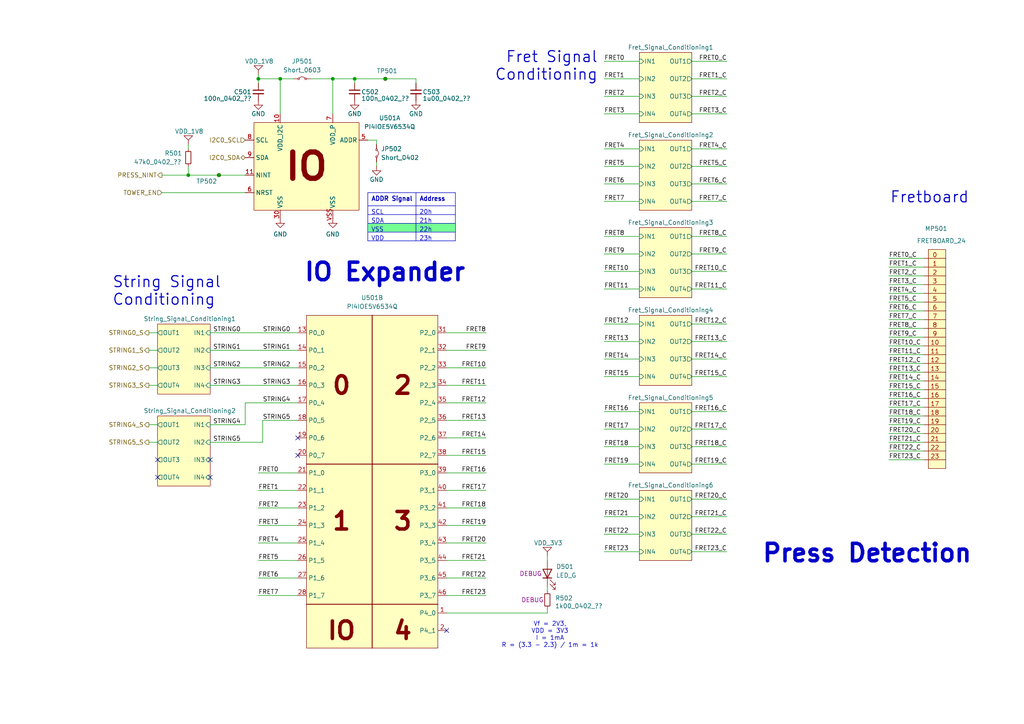
<source format=kicad_sch>
(kicad_sch (version 20250114) (generator "eeschema") (generator_version "9.0")
  (paper "A4")
  (title_block (title "Beacon Tower") (date "2025-06-14") (rev "1"))
  (lib_symbols
    (symbol "CUSTOM_LIBRARY:FRETBOARD_24"
      (property "Reference" "MP" (at 6.604 3.81 0))
      (property "Value" "FRETBOARD_24" (at 7.366 1.27 0))
      (symbol "FRETBOARD_24_1_0"
        (pin input line (at 5.08 -6.35 90) (length 6.35) (name "") (number "1"))
        (pin input line (at 7.62 -6.35 90) (length 6.35) (name "") (number "2"))
        (pin input line (at 10.16 -6.35 90) (length 6.35) (name "") (number "3"))
        (pin input line (at 12.7 -6.35 90) (length 6.35) (name "") (number "4"))
        (pin input line (at 15.24 -6.35 90) (length 6.35) (name "") (number "5"))
        (pin input line (at 17.78 -6.35 90) (length 6.35) (name "") (number "6"))
        (pin input line (at 20.32 -6.35 90) (length 6.35) (name "") (number "7"))
        (pin input line (at 22.86 -6.35 90) (length 6.35) (name "") (number "8"))
        (pin input line (at 25.4 -6.35 90) (length 6.35) (name "") (number "9"))
        (pin input line (at 27.94 -6.35 90) (length 6.35) (name "") (number "10"))
        (pin input line (at 30.48 -6.35 90) (length 6.35) (name "") (number "11"))
        (pin input line (at 33.02 -6.35 90) (length 6.35) (name "") (number "12"))
        (pin input line (at 35.56 -6.35 90) (length 6.35) (name "") (number "13"))
        (pin input line (at 38.1 -6.35 90) (length 6.35) (name "") (number "14"))
        (pin input line (at 40.64 -6.35 90) (length 6.35) (name "") (number "15"))
        (pin input line (at 43.18 -6.35 90) (length 6.35) (name "") (number "16"))
        (pin input line (at 45.72 -6.35 90) (length 6.35) (name "") (number "17"))
        (pin input line (at 48.26 -6.35 90) (length 6.35) (name "") (number "18"))
        (pin input line (at 50.8 -6.35 90) (length 6.35) (name "") (number "19"))
        (pin input line (at 53.34 -6.35 90) (length 6.35) (name "") (number "20"))
        (pin input line (at 55.88 -6.35 90) (length 6.35) (name "") (number "21"))
        (pin input line (at 58.42 -6.35 90) (length 6.35) (name "") (number "22"))
        (pin input line (at 60.96 -6.35 90) (length 6.35) (name "") (number "23"))
      )
      (symbol "FRETBOARD_24_1_1"
        (rectangle (start 0 0) (end 63.5 -5.08) (fill (type color) (color 255 255 194 1)))
        (pin input line (at 2.54 -6.35 90) (length 6.35) (name "") (number "0"))
      )
    )
    (symbol "CUSTOM_LIBRARY:PI4IOE5V6534Q"
      (property "Reference" "U" (at 28.194 4.064 0))
      (property "Value" "PI4IOE5V6534Q" (at 34.925 1.27 0))
      (symbol "PI4IOE5V6534Q_1_1"
        (rectangle (start 0 0) (end 30.48 -25.4) (fill (type background)))
        (text "IO" (at 15.24 -12.7 0) (effects (font (size 7.62 7.62) (bold yes))))
        (pin input line (at -2.54 -5.08 0) (length 2.54) (name "SCL") (number "8"))
        (pin bidirectional line (at -2.54 -10.16 0) (length 2.54) (name "SDA") (number "9"))
        (pin output line (at -2.54 -15.24 0) (length 2.54) (name "NINT") (number "11"))
        (pin input line (at -2.54 -20.32 0) (length 2.54) (name "NRST") (number "6"))
        (pin power_in line (at 7.62 2.54 270) (length 2.54) (name "VDD_I2C") (number "10"))
        (pin passive line (at 7.62 -27.94 90) (length 2.54) (name "VSS") (number "30"))
        (pin power_in line (at 22.86 2.54 270) (length 2.54) (name "VDD_P") (number "7"))
        (pin passive line (at 22.86 -27.94 90) (length 2.54) (name "VSS") (number "VSS"))
        (pin input line (at 33.02 -5.08 180) (length 2.54) (name "ADDR") (number "5"))
        (pin no_connect line (at 36.83 -20.32 180) (length 1.27) (hide yes) (name "NC") (number "3"))
        (pin no_connect line (at 36.83 -24.13 180) (length 1.27) (hide yes) (name "NC") (number "4"))
        (pin no_connect line (at 36.83 -27.94 180) (length 1.27) (hide yes) (name "NC") (number "12"))
        (pin no_connect line (at 36.83 -31.75 180) (length 1.27) (hide yes) (name "NC") (number "29"))
      )
      (symbol "PI4IOE5V6534Q_2_1"
        (rectangle (start 0 0) (end 38.1 -96.52) (fill (type background)))
        (polyline (pts (xy 19.05 -96.52) (xy 19.05 0)) (stroke (width 0.254)))
        (polyline (pts (xy 38.1 -43.18) (xy 0 -43.18)) (stroke (width 0.254)))
        (polyline (pts (xy 38.1 -83.82) (xy 0 -83.82)) (stroke (width 0.254)))
        (text "0" (at 10.16 -20.32 0) (effects (font (size 5.08 5.08) (bold yes))))
        (text "1" (at 10.16 -59.69 0) (effects (font (size 5.08 5.08) (bold yes))))
        (text "IO" (at 10.16 -91.44 0) (effects (font (size 5.08 5.08) (bold yes))))
        (text "2" (at 27.94 -20.32 0) (effects (font (size 5.08 5.08) (bold yes))))
        (text "3" (at 27.94 -59.69 0) (effects (font (size 5.08 5.08) (bold yes))))
        (text "4" (at 27.94 -91.44 0) (effects (font (size 5.08 5.08) (bold yes))))
        (pin unspecified line (at -2.54 -5.08 0) (length 2.54) (name "P0_0") (number "13"))
        (pin unspecified line (at -2.54 -10.16 0) (length 2.54) (name "P0_1") (number "14"))
        (pin unspecified line (at -2.54 -15.24 0) (length 2.54) (name "P0_2") (number "15"))
        (pin unspecified line (at -2.54 -20.32 0) (length 2.54) (name "P0_3") (number "16"))
        (pin unspecified line (at -2.54 -25.4 0) (length 2.54) (name "P0_4") (number "17"))
        (pin unspecified line (at -2.54 -30.48 0) (length 2.54) (name "P0_5") (number "18"))
        (pin unspecified line (at -2.54 -35.56 0) (length 2.54) (name "P0_6") (number "19"))
        (pin unspecified line (at -2.54 -40.64 0) (length 2.54) (name "P0_7") (number "20"))
        (pin unspecified line (at -2.54 -45.72 0) (length 2.54) (name "P1_0") (number "21"))
        (pin unspecified line (at -2.54 -50.8 0) (length 2.54) (name "P1_1") (number "22"))
        (pin unspecified line (at -2.54 -55.88 0) (length 2.54) (name "P1_2") (number "23"))
        (pin unspecified line (at -2.54 -60.96 0) (length 2.54) (name "P1_3") (number "24"))
        (pin unspecified line (at -2.54 -66.04 0) (length 2.54) (name "P1_4") (number "25"))
        (pin unspecified line (at -2.54 -71.12 0) (length 2.54) (name "P1_5") (number "26"))
        (pin unspecified line (at -2.54 -76.2 0) (length 2.54) (name "P1_6") (number "27"))
        (pin unspecified line (at -2.54 -81.28 0) (length 2.54) (name "P1_7") (number "28"))
        (pin unspecified line (at 40.64 -5.08 180) (length 2.54) (name "P2_0") (number "31"))
        (pin unspecified line (at 40.64 -10.16 180) (length 2.54) (name "P2_1") (number "32"))
        (pin unspecified line (at 40.64 -15.24 180) (length 2.54) (name "P2_2") (number "33"))
        (pin unspecified line (at 40.64 -20.32 180) (length 2.54) (name "P2_3") (number "34"))
        (pin unspecified line (at 40.64 -25.4 180) (length 2.54) (name "P2_4") (number "35"))
        (pin unspecified line (at 40.64 -30.48 180) (length 2.54) (name "P2_5") (number "36"))
        (pin unspecified line (at 40.64 -35.56 180) (length 2.54) (name "P2_6") (number "37"))
        (pin unspecified line (at 40.64 -40.64 180) (length 2.54) (name "P2_7") (number "38"))
        (pin unspecified line (at 40.64 -45.72 180) (length 2.54) (name "P3_0") (number "39"))
        (pin unspecified line (at 40.64 -50.8 180) (length 2.54) (name "P3_1") (number "40"))
        (pin unspecified line (at 40.64 -55.88 180) (length 2.54) (name "P3_2") (number "41"))
        (pin unspecified line (at 40.64 -60.96 180) (length 2.54) (name "P3_3") (number "42"))
        (pin unspecified line (at 40.64 -66.04 180) (length 2.54) (name "P3_4") (number "43"))
        (pin unspecified line (at 40.64 -71.12 180) (length 2.54) (name "P3_5") (number "44"))
        (pin unspecified line (at 40.64 -76.2 180) (length 2.54) (name "P3_6") (number "45"))
        (pin unspecified line (at 40.64 -81.28 180) (length 2.54) (name "P3_7") (number "46"))
        (pin unspecified line (at 40.64 -86.36 180) (length 2.54) (name "P4_0") (number "1"))
        (pin unspecified line (at 40.64 -91.44 180) (length 2.54) (name "P4_1") (number "2"))
      )
    )
    (symbol "CUSTOM_LIBRARY:POWER_SINK" (power) (in_bom no) (on_board no)
      (property "Value" "POWER_SINK" (at -1.016 3.81 0))
      (symbol "POWER_SINK_0_1"
        (polyline (pts (xy 0 1.27) (xy 0 0)))
        (polyline (pts (xy 0 1.27) (xy -1.27 2.54) (xy 1.27 2.54) (xy 0 1.27)))
      )
      (symbol "POWER_SINK_1_1"
        (pin power_in line (at 0 0 90) (length 1.27) (hide yes) (name "VDD_3V3") (number ""))
      )
    )
    (symbol "Connector:TestPoint_Small" (pin_numbers (hide yes)) (pin_names (offset 0.762) (hide yes))
      (property "Reference" "TP" (at 0 3.81 0))
      (property "Value" "TestPoint_Small" (at 0 2.032 0))
      (symbol "TestPoint_Small_0_1"
        (circle (center 0 0) (radius 0.508))
      )
      (symbol "TestPoint_Small_1_1"
        (pin passive line (at 0 0 90) (length 0) (name "1") (number "1"))
      )
    )
    (symbol "Device:C_Small" (pin_numbers (hide yes)) (pin_names (offset 0.254) (hide yes))
      (property "Reference" "C" (at 0.254 1.778 0))
      (property "Value" "C_Small" (at 0.254 -2.032 0))
      (symbol "C_Small_0_1"
        (polyline (pts (xy -1.524 0.508) (xy 1.524 0.508)) (stroke (width 0.3048)))
        (polyline (pts (xy -1.524 -0.508) (xy 1.524 -0.508)) (stroke (width 0.3302)))
      )
      (symbol "C_Small_1_1"
        (pin passive line (at 0 2.54 270) (length 2.032) (name "~") (number "1"))
        (pin passive line (at 0 -2.54 90) (length 2.032) (name "~") (number "2"))
      )
    )
    (symbol "Device:LED" (pin_numbers (hide yes)) (pin_names (offset 1.016) (hide yes))
      (property "Reference" "D" (at 0 2.54 0))
      (property "Value" "LED" (at 0 -2.54 0))
      (symbol "LED_0_1"
        (polyline (pts (xy -3.048 -0.762) (xy -4.572 -2.286) (xy -3.81 -2.286) (xy -4.572 -2.286) (xy -4.572 -1.524)))
        (polyline (pts (xy -1.778 -0.762) (xy -3.302 -2.286) (xy -2.54 -2.286) (xy -3.302 -2.286) (xy -3.302 -1.524)))
        (polyline (pts (xy -1.27 0) (xy 1.27 0)))
        (polyline (pts (xy -1.27 -1.27) (xy -1.27 1.27)) (stroke (width 0.254)))
        (polyline (pts (xy 1.27 -1.27) (xy 1.27 1.27) (xy -1.27 0) (xy 1.27 -1.27)) (stroke (width 0.254)))
      )
      (symbol "LED_1_1"
        (pin passive line (at -3.81 0 0) (length 2.54) (name "K") (number "1"))
        (pin passive line (at 3.81 0 180) (length 2.54) (name "A") (number "2"))
      )
    )
    (symbol "Device:R_Small" (pin_numbers (hide yes)) (pin_names (offset 0.254) (hide yes))
      (property "Reference" "R" (at 0 0 90))
      (property "Value" "R_Small" (at 1.778 0 90))
      (symbol "R_Small_0_1"
        (rectangle (start -0.762 1.778) (end 0.762 -1.778) (stroke (width 0.2032)))
      )
      (symbol "R_Small_1_1"
        (pin passive line (at 0 2.54 270) (length 0.762) (name "~") (number "1"))
        (pin passive line (at 0 -2.54 90) (length 0.762) (name "~") (number "2"))
      )
    )
    (symbol "Jumper:Jumper_2_Small_Bridged" (pin_numbers (hide yes)) (pin_names (offset 0) (hide yes))
      (property "Reference" "JP" (at 0 2.032 0))
      (property "Value" "Jumper_2_Small_Bridged" (at 0 -2.286 0))
      (symbol "Jumper_2_Small_Bridged_0_0"
        (circle (center -1.016 0) (radius 0.254))
        (circle (center 1.016 0) (radius 0.254))
      )
      (symbol "Jumper_2_Small_Bridged_0_1"
        (arc (start -0.762 0.254) (mid 0 0.5696) (end 0.762 0.254))
      )
      (symbol "Jumper_2_Small_Bridged_1_1"
        (pin passive line (at -2.54 0 0) (length 1.27) (name "A") (number "1"))
        (pin passive line (at 2.54 0 180) (length 1.27) (name "B") (number "2"))
      )
    )
    (symbol "power:GND" (power) (pin_numbers (hide yes)) (pin_names (offset 0) (hide yes))
      (property "Value" "GND" (at 0 -3.81 0))
      (symbol "GND_0_1"
        (polyline (pts (xy 0 0) (xy 0 -1.27) (xy 1.27 -1.27) (xy 0 -2.54) (xy -1.27 -1.27) (xy 0 -1.27)))
      )
      (symbol "GND_1_1"
        (pin power_in line (at 0 0 270) (length 0) (name "~") (number "1"))
      )
    )
  )
  (text "String Signal\nConditioning" (at 32.512 88.9 0) (effects (font (size 3.175 3.175) (thickness 0.3175)) (justify left bottom)))
  (text "IO Expander" (at 87.884 82.042 0) (effects (font (size 5.08 5.08) (thickness 1.016) (bold yes)) (justify left bottom)))
  (text "Fret Signal\nConditioning" (at 173.482 23.622 0) (effects (font (size 3.175 3.175) (thickness 0.3175)) (justify right bottom)))
  (text "Fretboard\n" (at 258.064 59.182 0) (effects (font (size 3.175 3.175) (thickness 0.3175)) (justify left bottom)))
  (text "Vf = 2V3,\nVDD = 3V3\nI = 1mA\nR = (3.3 - 2.3) / 1m = 1k" (at 159.512 184.15 0) (effects (font (size 1.27 1.27))))
  (text "Press Detection" (at 220.726 163.576 0) (effects (font (size 5.08 5.08) (thickness 1.016) (bold yes)) (justify left bottom)))
  (junction (at 102.87 22.86))
  (junction (at 81.28 22.86))
  (junction (at 63.5 50.8))
  (junction (at 96.52 22.86))
  (junction (at 111.76 22.86))
  (junction (at 54.61 50.8))
  (junction (at 74.93 22.86))
  (no_connect (at 86.36 132.08))
  (no_connect (at 86.36 127))
  (no_connect (at 45.72 133.35))
  (no_connect (at 129.54 182.88))
  (no_connect (at 60.96 138.43))
  (no_connect (at 45.72 138.43))
  (no_connect (at 60.96 133.35))
  (wire (pts (xy 257.81 97.79) (xy 267.97 97.79)))
  (wire (pts (xy 210.82 58.42) (xy 200.66 58.42)))
  (wire (pts (xy 54.61 50.8) (xy 63.5 50.8)))
  (wire (pts (xy 158.75 177.8) (xy 129.54 177.8)))
  (wire (pts (xy 129.54 142.24) (xy 140.97 142.24)))
  (wire (pts (xy 257.81 120.65) (xy 267.97 120.65)))
  (wire (pts (xy 257.81 110.49) (xy 267.97 110.49)))
  (wire (pts (xy 257.81 77.47) (xy 267.97 77.47)))
  (wire (pts (xy 175.26 78.74) (xy 185.42 78.74)))
  (wire (pts (xy 129.54 96.52) (xy 140.97 96.52)))
  (wire (pts (xy 129.54 167.64) (xy 140.97 167.64)))
  (wire (pts (xy 158.75 176.53) (xy 158.75 177.8)))
  (wire (pts (xy 102.87 22.86) (xy 102.87 24.13)))
  (wire (pts (xy 175.26 124.46) (xy 185.42 124.46)))
  (wire (pts (xy 60.96 123.19) (xy 71.12 123.19)))
  (wire (pts (xy 210.82 144.78) (xy 200.66 144.78)))
  (wire (pts (xy 210.82 104.14) (xy 200.66 104.14)))
  (wire (pts (xy 129.54 132.08) (xy 140.97 132.08)))
  (wire (pts (xy 210.82 149.86) (xy 200.66 149.86)))
  (wire (pts (xy 74.93 21.59) (xy 74.93 22.86)))
  (wire (pts (xy 175.26 73.66) (xy 185.42 73.66)))
  (wire (pts (xy 71.12 123.19) (xy 71.12 116.84)))
  (wire (pts (xy 60.96 111.76) (xy 86.36 111.76)))
  (wire (pts (xy 111.76 22.86) (xy 120.65 22.86)))
  (wire (pts (xy 210.82 33.02) (xy 200.66 33.02)))
  (wire (pts (xy 257.81 87.63) (xy 267.97 87.63)))
  (wire (pts (xy 129.54 157.48) (xy 140.97 157.48)))
  (wire (pts (xy 175.26 93.98) (xy 185.42 93.98)))
  (wire (pts (xy 210.82 17.78) (xy 200.66 17.78)))
  (wire (pts (xy 210.82 93.98) (xy 200.66 93.98)))
  (wire (pts (xy 210.82 160.02) (xy 200.66 160.02)))
  (wire (pts (xy 158.75 170.18) (xy 158.75 171.45)))
  (wire (pts (xy 60.96 96.52) (xy 86.36 96.52)))
  (wire (pts (xy 257.81 100.33) (xy 267.97 100.33)))
  (wire (pts (xy 257.81 80.01) (xy 267.97 80.01)))
  (wire (pts (xy 175.26 33.02) (xy 185.42 33.02)))
  (wire (pts (xy 43.18 111.76) (xy 45.72 111.76)))
  (wire (pts (xy 129.54 147.32) (xy 140.97 147.32)))
  (wire (pts (xy 210.82 53.34) (xy 200.66 53.34)))
  (wire (pts (xy 210.82 48.26) (xy 200.66 48.26)))
  (wire (pts (xy 257.81 113.03) (xy 267.97 113.03)))
  (wire (pts (xy 74.93 167.64) (xy 86.36 167.64)))
  (wire (pts (xy 74.93 142.24) (xy 86.36 142.24)))
  (wire (pts (xy 210.82 129.54) (xy 200.66 129.54)))
  (wire (pts (xy 257.81 118.11) (xy 267.97 118.11)))
  (wire (pts (xy 43.18 123.19) (xy 45.72 123.19)))
  (wire (pts (xy 74.93 157.48) (xy 86.36 157.48)))
  (wire (pts (xy 74.93 24.13) (xy 74.93 22.86)))
  (wire (pts (xy 257.81 85.09) (xy 267.97 85.09)))
  (wire (pts (xy 210.82 134.62) (xy 200.66 134.62)))
  (wire (pts (xy 129.54 121.92) (xy 140.97 121.92)))
  (wire (pts (xy 257.81 107.95) (xy 267.97 107.95)))
  (wire (pts (xy 129.54 152.4) (xy 140.97 152.4)))
  (wire (pts (xy 175.26 22.86) (xy 185.42 22.86)))
  (wire (pts (xy 257.81 90.17) (xy 267.97 90.17)))
  (wire (pts (xy 210.82 78.74) (xy 200.66 78.74)))
  (wire (pts (xy 60.96 106.68) (xy 86.36 106.68)))
  (wire (pts (xy 210.82 68.58) (xy 200.66 68.58)))
  (wire (pts (xy 210.82 22.86) (xy 200.66 22.86)))
  (wire (pts (xy 109.22 48.26) (xy 109.22 46.99)))
  (wire (pts (xy 210.82 73.66) (xy 200.66 73.66)))
  (wire (pts (xy 109.22 41.91) (xy 109.22 40.64)))
  (wire (pts (xy 175.26 17.78) (xy 185.42 17.78)))
  (wire (pts (xy 120.65 24.13) (xy 120.65 22.86)))
  (wire (pts (xy 96.52 22.86) (xy 102.87 22.86)))
  (wire (pts (xy 210.82 83.82) (xy 200.66 83.82)))
  (wire (pts (xy 210.82 43.18) (xy 200.66 43.18)))
  (wire (pts (xy 63.5 50.8) (xy 71.12 50.8)))
  (wire (pts (xy 175.26 109.22) (xy 185.42 109.22)))
  (wire (pts (xy 175.26 48.26) (xy 185.42 48.26)))
  (wire (pts (xy 74.93 162.56) (xy 86.36 162.56)))
  (wire (pts (xy 74.93 152.4) (xy 86.36 152.4)))
  (wire (pts (xy 129.54 111.76) (xy 140.97 111.76)))
  (wire (pts (xy 257.81 123.19) (xy 267.97 123.19)))
  (wire (pts (xy 60.96 101.6) (xy 86.36 101.6)))
  (wire (pts (xy 175.26 119.38) (xy 185.42 119.38)))
  (wire (pts (xy 175.26 53.34) (xy 185.42 53.34)))
  (wire (pts (xy 60.96 128.27) (xy 76.2 128.27)))
  (wire (pts (xy 257.81 92.71) (xy 267.97 92.71)))
  (wire (pts (xy 210.82 154.94) (xy 200.66 154.94)))
  (wire (pts (xy 175.26 104.14) (xy 185.42 104.14)))
  (wire (pts (xy 46.99 55.88) (xy 71.12 55.88)))
  (wire (pts (xy 257.81 130.81) (xy 267.97 130.81)))
  (wire (pts (xy 43.18 106.68) (xy 45.72 106.68)))
  (wire (pts (xy 175.26 83.82) (xy 185.42 83.82)))
  (wire (pts (xy 81.28 22.86) (xy 85.09 22.86)))
  (wire (pts (xy 90.17 22.86) (xy 96.52 22.86)))
  (wire (pts (xy 257.81 74.93) (xy 267.97 74.93)))
  (wire (pts (xy 129.54 127) (xy 140.97 127)))
  (wire (pts (xy 210.82 124.46) (xy 200.66 124.46)))
  (wire (pts (xy 175.26 134.62) (xy 185.42 134.62)))
  (wire (pts (xy 257.81 125.73) (xy 267.97 125.73)))
  (wire (pts (xy 158.75 161.29) (xy 158.75 162.56)))
  (wire (pts (xy 257.81 102.87) (xy 267.97 102.87)))
  (wire (pts (xy 210.82 27.94) (xy 200.66 27.94)))
  (wire (pts (xy 71.12 116.84) (xy 86.36 116.84)))
  (wire (pts (xy 43.18 101.6) (xy 45.72 101.6)))
  (wire (pts (xy 257.81 105.41) (xy 267.97 105.41)))
  (wire (pts (xy 175.26 58.42) (xy 185.42 58.42)))
  (wire (pts (xy 175.26 129.54) (xy 185.42 129.54)))
  (wire (pts (xy 257.81 95.25) (xy 267.97 95.25)))
  (wire (pts (xy 175.26 99.06) (xy 185.42 99.06)))
  (wire (pts (xy 210.82 109.22) (xy 200.66 109.22)))
  (wire (pts (xy 74.93 22.86) (xy 81.28 22.86)))
  (wire (pts (xy 175.26 43.18) (xy 185.42 43.18)))
  (wire (pts (xy 175.26 68.58) (xy 185.42 68.58)))
  (wire (pts (xy 76.2 121.92) (xy 86.36 121.92)))
  (wire (pts (xy 257.81 128.27) (xy 267.97 128.27)))
  (wire (pts (xy 257.81 133.35) (xy 267.97 133.35)))
  (wire (pts (xy 129.54 116.84) (xy 140.97 116.84)))
  (wire (pts (xy 210.82 119.38) (xy 200.66 119.38)))
  (wire (pts (xy 43.18 128.27) (xy 45.72 128.27)))
  (wire (pts (xy 210.82 99.06) (xy 200.66 99.06)))
  (wire (pts (xy 175.26 154.94) (xy 185.42 154.94)))
  (wire (pts (xy 74.93 172.72) (xy 86.36 172.72)))
  (wire (pts (xy 54.61 48.26) (xy 54.61 50.8)))
  (wire (pts (xy 46.99 50.8) (xy 54.61 50.8)))
  (wire (pts (xy 257.81 115.57) (xy 267.97 115.57)))
  (wire (pts (xy 74.93 137.16) (xy 86.36 137.16)))
  (wire (pts (xy 175.26 144.78) (xy 185.42 144.78)))
  (wire (pts (xy 129.54 137.16) (xy 140.97 137.16)))
  (wire (pts (xy 102.87 22.86) (xy 111.76 22.86)))
  (wire (pts (xy 96.52 22.86) (xy 96.52 33.02)))
  (wire (pts (xy 54.61 41.91) (xy 54.61 43.18)))
  (wire (pts (xy 175.26 160.02) (xy 185.42 160.02)))
  (wire (pts (xy 175.26 27.94) (xy 185.42 27.94)))
  (wire (pts (xy 129.54 106.68) (xy 140.97 106.68)))
  (wire (pts (xy 257.81 82.55) (xy 267.97 82.55)))
  (wire (pts (xy 76.2 128.27) (xy 76.2 121.92)))
  (wire (pts (xy 129.54 162.56) (xy 140.97 162.56)))
  (wire (pts (xy 175.26 149.86) (xy 185.42 149.86)))
  (wire (pts (xy 129.54 172.72) (xy 140.97 172.72)))
  (wire (pts (xy 74.93 147.32) (xy 86.36 147.32)))
  (wire (pts (xy 129.54 101.6) (xy 140.97 101.6)))
  (wire (pts (xy 109.22 40.64) (xy 106.68 40.64)))
  (wire (pts (xy 43.18 96.52) (xy 45.72 96.52)))
  (wire (pts (xy 81.28 22.86) (xy 81.28 33.02)))
  (table (column_count 2) (border (external yes) (header yes)) (separators (rows yes) (cols yes)) (column_widths 13.97 11.43) (row_heights 3.81 2.54 2.54 2.54 2.54) (cells (table_cell "ADDR Signal" (at 106.68 55.88 0) (size 13.97 3.81) (margins 0.9525 0.9525 0.9525 0.9525) (span 1 1)) (table_cell "Address" (at 120.65 55.88 0) (size 11.43 3.81) (margins 0.9525 0.9525 0.9525 0.9525) (span 1 1)) (table_cell "SCL" (at 106.68 59.69 0) (size 13.97 2.54) (margins 0.9525 0.9525 0.9525 0.9525) (span 1 1)) (table_cell "20h" (at 120.65 59.69 0) (size 11.43 2.54) (margins 0.9525 0.9525 0.9525 0.9525) (span 1 1)) (table_cell "SDA" (at 106.68 62.23 0) (size 13.97 2.54) (margins 0.9525 0.9525 0.9525 0.9525) (span 1 1)) (table_cell "21h" (at 120.65 62.23 0) (size 11.43 2.54) (margins 0.9525 0.9525 0.9525 0.9525) (span 1 1)) (table_cell "VSS" (at 106.68 64.77 0) (size 13.97 2.54) (margins 0.9525 0.9525 0.9525 0.9525) (span 1 1) (fill (type color) (color 118 255 146 1))) (table_cell "22h " (at 120.65 64.77 0) (size 11.43 2.54) (margins 0.9525 0.9525 0.9525 0.9525) (span 1 1) (fill (type color) (color 118 255 146 1))) (table_cell "VDD" (at 106.68 67.31 0) (size 13.97 2.54) (margins 0.9525 0.9525 0.9525 0.9525) (span 1 1)) (table_cell "23h" (at 120.65 67.31 0) (size 11.43 2.54) (margins 0.9525 0.9525 0.9525 0.9525) (span 1 1))))
  (label "FRET0" (at 175.26 17.78 0))
  (label "FRET19" (at 175.26 134.62 0))
  (label "FRET8_C" (at 257.81 95.25 0))
  (label "FRET10_C" (at 257.81 100.33 0))
  (label "FRET10" (at 175.26 78.74 0))
  (label "FRET1" (at 175.26 22.86 0))
  (label "FRET19_C" (at 210.82 134.62 180))
  (label "FRET6" (at 74.93 167.64 0))
  (label "FRET11" (at 175.26 83.82 0))
  (label "FRET12" (at 140.97 116.84 180))
  (label "FRET1_C" (at 257.81 77.47 0))
  (label "FRET9_C" (at 210.82 73.66 180))
  (label "FRET21" (at 140.97 162.56 180))
  (label "FRET0_C" (at 257.81 74.93 0))
  (label "STRING0" (at 76.2 96.52 0))
  (label "FRET16_C" (at 257.81 115.57 0))
  (label "FRET3_C" (at 257.81 82.55 0))
  (label "FRET10" (at 140.97 106.68 180))
  (label "FRET14_C" (at 210.82 104.14 180))
  (label "FRET22" (at 175.26 154.94 0))
  (label "FRET10_C" (at 210.82 78.74 180))
  (label "FRET9" (at 140.97 101.6 180))
  (label "FRET12_C" (at 257.81 105.41 0))
  (label "FRET21_C" (at 210.82 149.86 180))
  (label "FRET20" (at 140.97 157.48 180))
  (label "FRET3" (at 74.93 152.4 0))
  (label "FRET4_C" (at 257.81 85.09 0))
  (label "FRET11" (at 140.97 111.76 180))
  (label "FRET1_C" (at 210.82 22.86 180))
  (label "FRET9" (at 175.26 73.66 0))
  (label "FRET1" (at 74.93 142.24 0))
  (label "FRET16" (at 140.97 137.16 180))
  (label "STRING3" (at 76.2 111.76 0))
  (label "FRET0_C" (at 210.82 17.78 180))
  (label "FRET15" (at 140.97 132.08 180))
  (label "FRET7" (at 175.26 58.42 0))
  (label "FRET13" (at 175.26 99.06 0))
  (label "FRET14" (at 175.26 104.14 0))
  (label "FRET11_C" (at 210.82 83.82 180))
  (label "STRING3" (at 69.85 111.76 180))
  (label "FRET23" (at 140.97 172.72 180))
  (label "FRET9_C" (at 257.81 97.79 0))
  (label "FRET3" (at 175.26 33.02 0))
  (label "FRET5" (at 74.93 162.56 0))
  (label "STRING2" (at 69.85 106.68 180))
  (label "FRET13_C" (at 257.81 107.95 0))
  (label "STRING0" (at 69.85 96.52 180))
  (label "FRET2" (at 175.26 27.94 0))
  (label "STRING1" (at 69.85 101.6 180))
  (label "FRET4" (at 74.93 157.48 0))
  (label "FRET21_C" (at 257.81 128.27 0))
  (label "STRING4" (at 76.2 116.84 0))
  (label "FRET20_C" (at 210.82 144.78 180))
  (label "FRET7_C" (at 257.81 92.71 0))
  (label "FRET18_C" (at 210.82 129.54 180))
  (label "FRET17" (at 140.97 142.24 180))
  (label "FRET17" (at 175.26 124.46 0))
  (label "FRET5_C" (at 210.82 48.26 180))
  (label "FRET23_C" (at 210.82 160.02 180))
  (label "FRET20" (at 175.26 144.78 0))
  (label "FRET17_C" (at 257.81 118.11 0))
  (label "FRET13" (at 140.97 121.92 180))
  (label "FRET8_C" (at 210.82 68.58 180))
  (label "FRET2_C" (at 210.82 27.94 180))
  (label "FRET13_C" (at 210.82 99.06 180))
  (label "FRET15_C" (at 257.81 113.03 0))
  (label "FRET0" (at 74.93 137.16 0))
  (label "FRET6" (at 175.26 53.34 0))
  (label "FRET6_C" (at 257.81 90.17 0))
  (label "FRET19" (at 140.97 152.4 180))
  (label "STRING5" (at 76.2 121.92 0))
  (label "FRET6_C" (at 210.82 53.34 180))
  (label "FRET21" (at 175.26 149.86 0))
  (label "FRET18" (at 175.26 129.54 0))
  (label "FRET14_C" (at 257.81 110.49 0))
  (label "FRET4_C" (at 210.82 43.18 180))
  (label "FRET20_C" (at 257.81 125.73 0))
  (label "FRET19_C" (at 257.81 123.19 0))
  (label "FRET22_C" (at 257.81 130.81 0))
  (label "FRET8" (at 140.97 96.52 180))
  (label "FRET2_C" (at 257.81 80.01 0))
  (label "FRET22" (at 140.97 167.64 180))
  (label "FRET16" (at 175.26 119.38 0))
  (label "FRET17_C" (at 210.82 124.46 180))
  (label "FRET12_C" (at 210.82 93.98 180))
  (label "FRET18_C" (at 257.81 120.65 0))
  (label "FRET12" (at 175.26 93.98 0))
  (label "FRET4" (at 175.26 43.18 0))
  (label "FRET7" (at 74.93 172.72 0))
  (label "FRET2" (at 74.93 147.32 0))
  (label "FRET22_C" (at 210.82 154.94 180))
  (label "FRET7_C" (at 210.82 58.42 180))
  (label "FRET3_C" (at 210.82 33.02 180))
  (label "FRET5" (at 175.26 48.26 0))
  (label "FRET5_C" (at 257.81 87.63 0))
  (label "STRING2" (at 76.2 106.68 0))
  (label "STRING5" (at 69.85 128.27 180))
  (label "FRET16_C" (at 210.82 119.38 180))
  (label "FRET15_C" (at 210.82 109.22 180))
  (label "FRET23_C" (at 257.81 133.35 0))
  (label "FRET23" (at 175.26 160.02 0))
  (label "STRING4" (at 69.85 123.19 180))
  (label "FRET18" (at 140.97 147.32 180))
  (label "STRING1" (at 76.2 101.6 0))
  (label "FRET15" (at 175.26 109.22 0))
  (label "FRET11_C" (at 257.81 102.87 0))
  (label "FRET14" (at 140.97 127 180))
  (label "FRET8" (at 175.26 68.58 0))
  (hierarchical_label "STRING0_S" (shape output) (at 43.18 96.52 180))
  (hierarchical_label "I2C0_SCL" (shape input) (at 71.12 40.64 180) (property "Intersheetrefs" "${INTERSHEET_REFS}" (effects (hide yes))))
  (hierarchical_label "I2C0_SDA" (shape bidirectional) (at 71.12 45.72 180) (property "Intersheetrefs" "${INTERSHEET_REFS}" (effects (hide yes))))
  (hierarchical_label "PRESS_NINT" (shape output) (at 46.99 50.8 180) (property "Intersheetrefs" "${INTERSHEET_REFS}" (effects (hide yes))))
  (hierarchical_label "TOWER_EN" (shape input) (at 46.99 55.88 180) (property "Intersheetrefs" "${INTERSHEET_REFS}" (effects (hide yes))))
  (hierarchical_label "STRING4_S" (shape output) (at 43.18 123.19 180))
  (hierarchical_label "STRING5_S" (shape output) (at 43.18 128.27 180))
  (hierarchical_label "STRING2_S" (shape output) (at 43.18 106.68 180))
  (hierarchical_label "STRING3_S" (shape output) (at 43.18 111.76 180))
  (hierarchical_label "STRING1_S" (shape output) (at 43.18 101.6 180))
  (symbol (lib_id "Device:R_Small") (at 158.75 173.99 180) (unit 1)
    (property "Reference" "R502" (at 163.576 173.482 0))
    (property "Value" "1k00_0402_??" (at 167.894 175.768 0))
    (property "Footprint" "Resistor_SMD:R_0402_1005Metric" (effects (hide yes)))
    (property "BOM" "DEBUG" (at 154.432 173.99 0))
  )
  (symbol (lib_id "Device:LED") (at 158.75 166.37 90) (unit 1)
    (property "Reference" "D501" (at 161.29 164.338 90) (effects (justify right)))
    (property "Value" "LED_G" (at 161.29 166.878 90) (effects (justify right)))
    (property "Description" "Light emitting diode" (effects (hide yes)))
    (property "Sim.Pins" "1=K 2=A" (effects (hide yes)))
    (property "BOM" "DEBUG" (at 153.924 166.37 90))
  )
  (symbol (lib_id "power:GND") (at 102.87 29.21 0) (unit 1)
    (property "Reference" "#PWR0503" (effects (hide yes)))
    (property "Value" "GND" (at 102.87 33.02 0))
  )
  (symbol (lib_id "Jumper:Jumper_2_Small_Bridged") (at 109.22 44.45 270) (unit 1)
    (property "Reference" "JP502" (at 110.49 43.1799 90) (effects (justify left)))
    (property "Value" "Short_0402" (at 110.49 45.7199 90) (effects (justify left)))
    (property "Footprint" "CUSTOM_FOOTPRINTS:Jumper_0402" (effects (hide yes)))
    (property "Description" "Jumper, 2-pole, small symbol, bridged" (effects (hide yes)))
  )
  (symbol (lib_id "power:GND") (at 109.22 48.26 0) (unit 1)
    (property "Reference" "#PWR0506" (effects (hide yes)))
    (property "Value" "GND" (at 109.22 52.07 0))
  )
  (symbol (lib_id "CUSTOM_LIBRARY:POWER_SINK") (at 74.93 21.59 0) (unit 1) (in_bom no) (on_board no)
    (property "Reference" "#PWR0501" (effects (hide yes)))
    (property "Value" "VDD_1V8" (at 75.184 17.78 0))
  )
  (symbol (lib_id "Connector:TestPoint_Small") (at 63.5 50.8 0) (unit 1)
    (property "Reference" "TP502" (at 56.896 52.578 0) (effects (justify left)))
    (property "Value" "TestPoint_Small" (effects (hide yes)))
    (property "Footprint" "TestPoint:TestPoint_Pad_D2.0mm" (effects (hide yes)))
    (property "Description" "test point" (effects (hide yes)))
  )
  (symbol (lib_id "power:GND") (at 120.65 29.21 0) (unit 1)
    (property "Reference" "#PWR0504" (effects (hide yes)))
    (property "Value" "GND" (at 120.65 33.02 0))
  )
  (symbol (lib_id "CUSTOM_LIBRARY:PI4IOE5V6534Q") (at 88.9 91.44 0) (unit 2)
    (property "Reference" "U501" (at 107.95 86.36 0))
    (property "Value" "PI4IOE5V6534Q" (at 107.95 88.9 0))
    (property "Footprint" "CUSTOM_FOOTPRINTS:TQFN46_ZLW_DIO" (effects (hide yes)))
    (property "Datasheet" "https://www.mouser.com/ProductDetail/Diodes-Incorporated/PI4IOE5V6534Q2ZLWEX?qs=HBWAp0VN4Ri1r7EUXWuRBg%3D%3D" (effects (hide yes)))
    (property "Description" "IO Expander, 34 IO, I2C" (effects (hide yes)))
  )
  (symbol (lib_id "CUSTOM_LIBRARY:POWER_SINK") (at 158.75 161.29 0) (unit 1) (in_bom no) (on_board no)
    (property "Reference" "#PWR0509" (effects (hide yes)))
    (property "Value" "VDD_3V3" (at 159.004 157.48 0))
  )
  (symbol (lib_id "CUSTOM_LIBRARY:FRETBOARD_24") (at 274.32 72.39 270) (unit 1)
    (property "Reference" "MP501" (at 271.526 66.294 90))
    (property "Value" "FRETBOARD_24" (at 273.05 69.85 90))
  )
  (symbol (lib_id "power:GND") (at 81.28 63.5 0) (unit 1)
    (property "Reference" "#PWR0507" (effects (hide yes)))
    (property "Value" "GND" (at 81.28 67.945 0))
  )
  (symbol (lib_id "power:GND") (at 96.52 63.5 0) (unit 1)
    (property "Reference" "#PWR0508" (effects (hide yes)))
    (property "Value" "GND" (at 96.52 67.945 0))
  )
  (symbol (lib_id "Device:R_Small") (at 54.61 45.72 180) (unit 1)
    (property "Reference" "R501" (at 50.292 44.45 0))
    (property "Value" "47k0_0402_??" (at 45.72 46.99 0))
    (property "Footprint" "Resistor_SMD:R_0402_1005Metric" (effects (hide yes)))
  )
  (symbol (lib_id "Device:C_Small") (at 120.65 26.67 0) (unit 1)
    (property "Reference" "C503" (at 122.555 26.67 0) (effects (justify left)))
    (property "Value" "1u00_0402_??" (at 122.555 28.575 0) (effects (justify left)))
    (property "Footprint" "Capacitor_SMD:C_0402_1005Metric" (effects (hide yes)))
  )
  (symbol (lib_id "Device:C_Small") (at 74.93 26.67 0) (unit 1)
    (property "Reference" "C501" (at 67.818 26.67 0) (effects (justify left)))
    (property "Value" "100n_0402_??" (at 59.055 28.575 0) (effects (justify left)))
    (property "Footprint" "Capacitor_SMD:C_0402_1005Metric" (effects (hide yes)))
  )
  (symbol (lib_id "Connector:TestPoint_Small") (at 111.76 22.86 0) (unit 1)
    (property "Reference" "TP501" (at 109.22 20.574 0) (effects (justify left)))
    (property "Value" "TestPoint_Small" (effects (hide yes)))
    (property "Footprint" "TestPoint:TestPoint_Pad_D2.0mm" (effects (hide yes)))
    (property "Description" "test point" (effects (hide yes)))
  )
  (symbol (lib_id "power:GND") (at 74.93 29.21 0) (unit 1)
    (property "Reference" "#PWR0502" (effects (hide yes)))
    (property "Value" "GND" (at 74.93 33.02 0))
  )
  (symbol (lib_id "CUSTOM_LIBRARY:PI4IOE5V6534Q") (at 73.66 35.56 0) (unit 1)
    (property "Reference" "U501" (at 113.03 34.2198 0))
    (property "Value" "PI4IOE5V6534Q" (at 113.03 36.7598 0))
    (property "Footprint" "CUSTOM_FOOTPRINTS:TQFN46_ZLW_DIO" (effects (hide yes)))
    (property "Datasheet" "https://www.mouser.com/ProductDetail/Diodes-Incorporated/PI4IOE5V6534Q2ZLWEX?qs=HBWAp0VN4Ri1r7EUXWuRBg%3D%3D" (effects (hide yes)))
    (property "Description" "IO Expander, 34 IO, I2C" (effects (hide yes)))
  )
  (symbol (lib_id "CUSTOM_LIBRARY:POWER_SINK") (at 54.61 41.91 0) (unit 1) (in_bom no) (on_board no)
    (property "Reference" "#PWR0505" (effects (hide yes)))
    (property "Value" "VDD_1V8" (at 54.864 38.1 0))
  )
  (symbol (lib_id "Jumper:Jumper_2_Small_Bridged") (at 87.63 22.86 0) (unit 1)
    (property "Reference" "JP501" (at 87.63 17.78 0))
    (property "Value" "Short_0603" (at 87.63 20.32 0))
    (property "Description" "Jumper, 2-pole, small symbol, bridged" (effects (hide yes)))
  )
  (symbol (lib_id "Device:C_Small") (at 102.87 26.67 0) (unit 1)
    (property "Reference" "C502" (at 104.775 26.67 0) (effects (justify left)))
    (property "Value" "100n_0402_??" (at 104.775 28.575 0) (effects (justify left)))
    (property "Footprint" "Capacitor_SMD:C_0402_1005Metric" (effects (hide yes)))
  )
  (sheet (at 185.42 40.64) (size 15.24 20.32) (stroke (width 0.1524)) (fill (color 255 255 194 1.0000))
    (property "Sheetname" "Fret_Signal_Conditioning2" (at 182.118 39.878 0) (effects (justify left bottom)))
    (property "Sheetfile" "Fret_Signal_Conditioning.kicad_sch" (effects (hide yes)))
    (pin "IN1" input (at 185.42 43.18 180))
    (pin "IN2" input (at 185.42 48.26 180))
    (pin "OUT1" output (at 200.66 43.18 0))
    (pin "OUT2" output (at 200.66 48.26 0))
    (pin "IN3" input (at 185.42 53.34 180))
    (pin "IN4" input (at 185.42 58.42 180))
    (pin "OUT3" output (at 200.66 53.34 0))
    (pin "OUT4" output (at 200.66 58.42 0))
  )
  (sheet (at 185.42 142.24) (size 15.24 20.32) (stroke (width 0.1524)) (fill (color 255 255 194 1.0000))
    (property "Sheetname" "Fret_Signal_Conditioning6" (at 182.118 141.478 0) (effects (justify left bottom)))
    (property "Sheetfile" "Fret_Signal_Conditioning.kicad_sch" (effects (hide yes)))
    (pin "IN1" input (at 185.42 144.78 180))
    (pin "IN2" input (at 185.42 149.86 180))
    (pin "OUT1" output (at 200.66 144.78 0))
    (pin "OUT2" output (at 200.66 149.86 0))
    (pin "IN3" input (at 185.42 154.94 180))
    (pin "IN4" input (at 185.42 160.02 180))
    (pin "OUT3" output (at 200.66 154.94 0))
    (pin "OUT4" output (at 200.66 160.02 0))
  )
  (sheet (at 45.72 93.98) (size 15.24 20.32) (stroke (width 0.1524)) (fill (color 255 255 194 1.0000))
    (property "Sheetname" "String_Signal_Conditioning1" (at 41.656 93.218 0) (effects (justify left bottom)))
    (property "Sheetfile" "String_Signal_Conditioning.kicad_sch" (effects (hide yes)))
    (pin "IN1" input (at 60.96 96.52 0))
    (pin "IN2" input (at 60.96 101.6 0))
    (pin "IN3" input (at 60.96 106.68 0))
    (pin "OUT1" output (at 45.72 96.52 180))
    (pin "OUT2" output (at 45.72 101.6 180))
    (pin "OUT3" output (at 45.72 106.68 180))
    (pin "IN4" input (at 60.96 111.76 0))
    (pin "OUT4" output (at 45.72 111.76 180))
  )
  (sheet (at 185.42 91.44) (size 15.24 20.32) (stroke (width 0.1524)) (fill (color 255 255 194 1.0000))
    (property "Sheetname" "Fret_Signal_Conditioning4" (at 182.118 90.678 0) (effects (justify left bottom)))
    (property "Sheetfile" "Fret_Signal_Conditioning.kicad_sch" (effects (hide yes)))
    (pin "IN1" input (at 185.42 93.98 180))
    (pin "IN2" input (at 185.42 99.06 180))
    (pin "OUT1" output (at 200.66 93.98 0))
    (pin "OUT2" output (at 200.66 99.06 0))
    (pin "IN3" input (at 185.42 104.14 180))
    (pin "IN4" input (at 185.42 109.22 180))
    (pin "OUT3" output (at 200.66 104.14 0))
    (pin "OUT4" output (at 200.66 109.22 0))
  )
  (sheet (at 185.42 15.24) (size 15.24 20.32) (stroke (width 0.1524)) (fill (color 255 255 194 1.0000))
    (property "Sheetname" "Fret_Signal_Conditioning1" (at 182.118 14.478 0) (effects (justify left bottom)))
    (property "Sheetfile" "Fret_Signal_Conditioning.kicad_sch" (effects (hide yes)))
    (pin "IN1" input (at 185.42 17.78 180))
    (pin "IN2" input (at 185.42 22.86 180))
    (pin "OUT1" output (at 200.66 17.78 0))
    (pin "OUT2" output (at 200.66 22.86 0))
    (pin "IN3" input (at 185.42 27.94 180))
    (pin "IN4" input (at 185.42 33.02 180))
    (pin "OUT3" output (at 200.66 27.94 0))
    (pin "OUT4" output (at 200.66 33.02 0))
  )
  (sheet (at 185.42 66.04) (size 15.24 20.32) (stroke (width 0.1524)) (fill (color 255 255 194 1.0000))
    (property "Sheetname" "Fret_Signal_Conditioning3" (at 182.118 65.278 0) (effects (justify left bottom)))
    (property "Sheetfile" "Fret_Signal_Conditioning.kicad_sch" (effects (hide yes)))
    (pin "IN1" input (at 185.42 68.58 180))
    (pin "IN2" input (at 185.42 73.66 180))
    (pin "OUT1" output (at 200.66 68.58 0))
    (pin "OUT2" output (at 200.66 73.66 0))
    (pin "IN3" input (at 185.42 78.74 180))
    (pin "IN4" input (at 185.42 83.82 180))
    (pin "OUT3" output (at 200.66 78.74 0))
    (pin "OUT4" output (at 200.66 83.82 0))
  )
  (sheet (at 45.72 120.65) (size 15.24 20.32) (stroke (width 0.1524)) (fill (color 255 255 194 1.0000))
    (property "Sheetname" "String_Signal_Conditioning2" (at 41.656 119.888 0) (effects (justify left bottom)))
    (property "Sheetfile" "String_Signal_Conditioning.kicad_sch" (effects (hide yes)))
    (pin "IN1" input (at 60.96 123.19 0))
    (pin "IN2" input (at 60.96 128.27 0))
    (pin "IN3" input (at 60.96 133.35 0))
    (pin "OUT1" output (at 45.72 123.19 180))
    (pin "OUT2" output (at 45.72 128.27 180))
    (pin "OUT3" output (at 45.72 133.35 180))
    (pin "IN4" input (at 60.96 138.43 0))
    (pin "OUT4" output (at 45.72 138.43 180))
  )
  (sheet (at 185.42 116.84) (size 15.24 20.32) (stroke (width 0.1524)) (fill (color 255 255 194 1.0000))
    (property "Sheetname" "Fret_Signal_Conditioning5" (at 182.118 116.078 0) (effects (justify left bottom)))
    (property "Sheetfile" "Fret_Signal_Conditioning.kicad_sch" (effects (hide yes)))
    (pin "IN1" input (at 185.42 119.38 180))
    (pin "IN2" input (at 185.42 124.46 180))
    (pin "OUT1" output (at 200.66 119.38 0))
    (pin "OUT2" output (at 200.66 124.46 0))
    (pin "IN3" input (at 185.42 129.54 180))
    (pin "IN4" input (at 185.42 134.62 180))
    (pin "OUT3" output (at 200.66 129.54 0))
    (pin "OUT4" output (at 200.66 134.62 0))
  )
)
</source>
